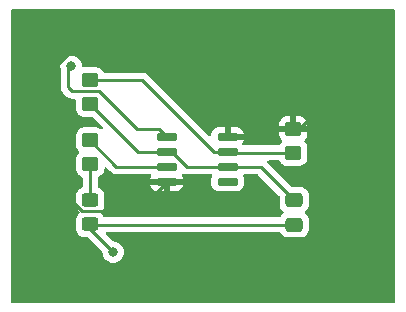
<source format=gbr>
%TF.GenerationSoftware,KiCad,Pcbnew,(6.0.7)*%
%TF.CreationDate,2022-10-10T10:06:43-04:00*%
%TF.ProjectId,proj_6,70726f6a-5f36-42e6-9b69-6361645f7063,rev?*%
%TF.SameCoordinates,Original*%
%TF.FileFunction,Copper,L1,Top*%
%TF.FilePolarity,Positive*%
%FSLAX46Y46*%
G04 Gerber Fmt 4.6, Leading zero omitted, Abs format (unit mm)*
G04 Created by KiCad (PCBNEW (6.0.7)) date 2022-10-10 10:06:43*
%MOMM*%
%LPD*%
G01*
G04 APERTURE LIST*
G04 Aperture macros list*
%AMRoundRect*
0 Rectangle with rounded corners*
0 $1 Rounding radius*
0 $2 $3 $4 $5 $6 $7 $8 $9 X,Y pos of 4 corners*
0 Add a 4 corners polygon primitive as box body*
4,1,4,$2,$3,$4,$5,$6,$7,$8,$9,$2,$3,0*
0 Add four circle primitives for the rounded corners*
1,1,$1+$1,$2,$3*
1,1,$1+$1,$4,$5*
1,1,$1+$1,$6,$7*
1,1,$1+$1,$8,$9*
0 Add four rect primitives between the rounded corners*
20,1,$1+$1,$2,$3,$4,$5,0*
20,1,$1+$1,$4,$5,$6,$7,0*
20,1,$1+$1,$6,$7,$8,$9,0*
20,1,$1+$1,$8,$9,$2,$3,0*%
G04 Aperture macros list end*
%TA.AperFunction,SMDPad,CuDef*%
%ADD10RoundRect,0.250000X0.450000X-0.325000X0.450000X0.325000X-0.450000X0.325000X-0.450000X-0.325000X0*%
%TD*%
%TA.AperFunction,SMDPad,CuDef*%
%ADD11RoundRect,0.250000X-0.450000X0.350000X-0.450000X-0.350000X0.450000X-0.350000X0.450000X0.350000X0*%
%TD*%
%TA.AperFunction,SMDPad,CuDef*%
%ADD12RoundRect,0.250000X-0.475000X0.337500X-0.475000X-0.337500X0.475000X-0.337500X0.475000X0.337500X0*%
%TD*%
%TA.AperFunction,SMDPad,CuDef*%
%ADD13RoundRect,0.150000X-0.725000X-0.150000X0.725000X-0.150000X0.725000X0.150000X-0.725000X0.150000X0*%
%TD*%
%TA.AperFunction,ViaPad*%
%ADD14C,0.800000*%
%TD*%
%TA.AperFunction,Conductor*%
%ADD15C,0.250000*%
%TD*%
G04 APERTURE END LIST*
D10*
%TO.P,D1,1,K*%
%TO.N,GND*%
X136740000Y-85281108D03*
%TO.P,D1,2,A*%
%TO.N,Net-(D1-Pad2)*%
X136740000Y-83231108D03*
%TD*%
D11*
%TO.P,R1,1*%
%TO.N,VDD*%
X153924000Y-77232000D03*
%TO.P,R1,2*%
%TO.N,Net-(R1-Pad2)*%
X153924000Y-79232000D03*
%TD*%
%TO.P,R2,1*%
%TO.N,Net-(R1-Pad2)*%
X136740000Y-73080108D03*
%TO.P,R2,2*%
%TO.N,Net-(C1-Pad1)*%
X136740000Y-75080108D03*
%TD*%
D12*
%TO.P,C1,1*%
%TO.N,Net-(C1-Pad1)*%
X154012000Y-83218608D03*
%TO.P,C1,2*%
%TO.N,GND*%
X154012000Y-85293608D03*
%TD*%
D11*
%TO.P,R3,1*%
%TO.N,Net-(R3-Pad1)*%
X136740000Y-78176108D03*
%TO.P,R3,2*%
%TO.N,Net-(D1-Pad2)*%
X136740000Y-80176108D03*
%TD*%
D13*
%TO.P,U1,1,GND*%
%TO.N,GND*%
X143221000Y-77851000D03*
%TO.P,U1,2,~TRIG*%
%TO.N,Net-(C1-Pad1)*%
X143221000Y-79121000D03*
%TO.P,U1,3,OUT*%
%TO.N,Net-(R3-Pad1)*%
X143221000Y-80391000D03*
%TO.P,U1,4,~RST*%
%TO.N,VDD*%
X143221000Y-81661000D03*
%TO.P,U1,5,CNTR*%
%TO.N,unconnected-(U1-Pad5)*%
X148371000Y-81661000D03*
%TO.P,U1,6,THIR*%
%TO.N,Net-(C1-Pad1)*%
X148371000Y-80391000D03*
%TO.P,U1,7,DIS*%
%TO.N,Net-(R1-Pad2)*%
X148371000Y-79121000D03*
%TO.P,U1,8,VDD*%
%TO.N,VDD*%
X148371000Y-77851000D03*
%TD*%
D14*
%TO.N,GND*%
X135128000Y-71882000D03*
%TO.N,VDD*%
X133858000Y-74930000D03*
%TO.N,GND*%
X138684000Y-87630000D03*
%TO.N,VDD*%
X155956000Y-75692000D03*
%TD*%
D15*
%TO.N,GND*%
X134874000Y-72136000D02*
X135128000Y-71882000D01*
X134874000Y-73660000D02*
X134874000Y-72136000D01*
X137505108Y-74005108D02*
X135219108Y-74005108D01*
X140716000Y-77216000D02*
X137505108Y-74005108D01*
X135219108Y-74005108D02*
X134874000Y-73660000D01*
%TO.N,VDD*%
X133858000Y-81937281D02*
X133858000Y-74930000D01*
X136051827Y-84131108D02*
X133858000Y-81937281D01*
X140750892Y-84131108D02*
X136051827Y-84131108D01*
X143221000Y-81661000D02*
X140750892Y-84131108D01*
X155956000Y-73660000D02*
X155956000Y-75692000D01*
X134874000Y-70866000D02*
X153162000Y-70866000D01*
X153162000Y-70866000D02*
X155956000Y-73660000D01*
X133858000Y-71882000D02*
X134874000Y-70866000D01*
X133858000Y-74930000D02*
X133858000Y-71882000D01*
%TO.N,Net-(C1-Pad1)*%
X140780892Y-79121000D02*
X143221000Y-79121000D01*
X136740000Y-75080108D02*
X140780892Y-79121000D01*
%TO.N,GND*%
X136740000Y-85686000D02*
X138684000Y-87630000D01*
X136740000Y-85281108D02*
X136740000Y-85686000D01*
X142586000Y-77216000D02*
X140716000Y-77216000D01*
X143221000Y-77851000D02*
X142586000Y-77216000D01*
%TO.N,VDD*%
X155956000Y-75692000D02*
X154416000Y-77232000D01*
X154416000Y-77232000D02*
X153924000Y-77232000D01*
%TO.N,GND*%
X136752500Y-85293608D02*
X154012000Y-85293608D01*
X136740000Y-85281108D02*
X136752500Y-85293608D01*
%TO.N,Net-(C1-Pad1)*%
X143221000Y-79121000D02*
X143637000Y-79121000D01*
X136740000Y-75080108D02*
X136740000Y-75096000D01*
X144907000Y-80391000D02*
X148371000Y-80391000D01*
X143637000Y-79121000D02*
X144907000Y-80391000D01*
X136740000Y-75096000D02*
X136652000Y-75184000D01*
X148371000Y-80391000D02*
X151184392Y-80391000D01*
X151184392Y-80391000D02*
X154012000Y-83218608D01*
%TO.N,Net-(D1-Pad2)*%
X136740000Y-83231108D02*
X136740000Y-80176108D01*
%TO.N,Net-(R1-Pad2)*%
X141152108Y-73080108D02*
X147193000Y-79121000D01*
X136740000Y-73080108D02*
X141152108Y-73080108D01*
X153924000Y-79232000D02*
X148482000Y-79232000D01*
X147193000Y-79121000D02*
X148371000Y-79121000D01*
X148482000Y-79232000D02*
X148371000Y-79121000D01*
%TO.N,Net-(R3-Pad1)*%
X136740000Y-78176108D02*
X138954892Y-80391000D01*
X138954892Y-80391000D02*
X143221000Y-80391000D01*
%TD*%
%TA.AperFunction,Conductor*%
%TO.N,VDD*%
G36*
X162501621Y-67076502D02*
G01*
X162548114Y-67130158D01*
X162559500Y-67182500D01*
X162559500Y-91821500D01*
X162539498Y-91889621D01*
X162485842Y-91936114D01*
X162433500Y-91947500D01*
X130174500Y-91947500D01*
X130106379Y-91927498D01*
X130059886Y-91873842D01*
X130048500Y-91821500D01*
X130048500Y-71882000D01*
X134214496Y-71882000D01*
X134215186Y-71888565D01*
X134225267Y-71984476D01*
X134234458Y-72071928D01*
X134234741Y-72072800D01*
X134235455Y-72100134D01*
X134237270Y-72100191D01*
X134237021Y-72108110D01*
X134235780Y-72115943D01*
X134236526Y-72123835D01*
X134236526Y-72123837D01*
X134239941Y-72159961D01*
X134240500Y-72171819D01*
X134240500Y-73581233D01*
X134239973Y-73592416D01*
X134238298Y-73599909D01*
X134238547Y-73607835D01*
X134238547Y-73607836D01*
X134240438Y-73667986D01*
X134240500Y-73671945D01*
X134240500Y-73699856D01*
X134240997Y-73703790D01*
X134240997Y-73703791D01*
X134241005Y-73703856D01*
X134241938Y-73715693D01*
X134243327Y-73759889D01*
X134248978Y-73779339D01*
X134252987Y-73798700D01*
X134255526Y-73818797D01*
X134258445Y-73826168D01*
X134258445Y-73826170D01*
X134271804Y-73859912D01*
X134275649Y-73871142D01*
X134287982Y-73913593D01*
X134292015Y-73920412D01*
X134292017Y-73920417D01*
X134298293Y-73931028D01*
X134306988Y-73948776D01*
X134314448Y-73967617D01*
X134319110Y-73974033D01*
X134319110Y-73974034D01*
X134340436Y-74003387D01*
X134346952Y-74013307D01*
X134369458Y-74051362D01*
X134383779Y-74065683D01*
X134396619Y-74080716D01*
X134408528Y-74097107D01*
X134414634Y-74102158D01*
X134442605Y-74125298D01*
X134451384Y-74133288D01*
X134715451Y-74397355D01*
X134722995Y-74405645D01*
X134727108Y-74412126D01*
X134732885Y-74417551D01*
X134776775Y-74458766D01*
X134779617Y-74461521D01*
X134799338Y-74481242D01*
X134802533Y-74483720D01*
X134811555Y-74491426D01*
X134843787Y-74521694D01*
X134850736Y-74525514D01*
X134861540Y-74531454D01*
X134878064Y-74542307D01*
X134894067Y-74554721D01*
X134934651Y-74572284D01*
X134945281Y-74577491D01*
X134984048Y-74598803D01*
X134991725Y-74600774D01*
X134991730Y-74600776D01*
X135003666Y-74603840D01*
X135022374Y-74610245D01*
X135040963Y-74618289D01*
X135048788Y-74619528D01*
X135048790Y-74619529D01*
X135084627Y-74625205D01*
X135096248Y-74627612D01*
X135131397Y-74636636D01*
X135139078Y-74638608D01*
X135159339Y-74638608D01*
X135179048Y-74640159D01*
X135199051Y-74643327D01*
X135206943Y-74642581D01*
X135212170Y-74642087D01*
X135243062Y-74639167D01*
X135254919Y-74638608D01*
X135405500Y-74638608D01*
X135473621Y-74658610D01*
X135520114Y-74712266D01*
X135531500Y-74764608D01*
X135531500Y-75480508D01*
X135542474Y-75586274D01*
X135598450Y-75754054D01*
X135691522Y-75904456D01*
X135816697Y-76029413D01*
X135967262Y-76122223D01*
X136012263Y-76137149D01*
X136128611Y-76175740D01*
X136128613Y-76175740D01*
X136135139Y-76177905D01*
X136141975Y-76178605D01*
X136141978Y-76178606D01*
X136185031Y-76183017D01*
X136239600Y-76188608D01*
X136900406Y-76188608D01*
X136968527Y-76208610D01*
X136989501Y-76225513D01*
X137755744Y-76991756D01*
X137789770Y-77054068D01*
X137784705Y-77124883D01*
X137742158Y-77181719D01*
X137675638Y-77206530D01*
X137600533Y-77188111D01*
X137590164Y-77181719D01*
X137569346Y-77168887D01*
X137518968Y-77137833D01*
X137518966Y-77137832D01*
X137512738Y-77133993D01*
X137432995Y-77107544D01*
X137351389Y-77080476D01*
X137351387Y-77080476D01*
X137344861Y-77078311D01*
X137338025Y-77077611D01*
X137338022Y-77077610D01*
X137294969Y-77073199D01*
X137240400Y-77067608D01*
X136239600Y-77067608D01*
X136236354Y-77067945D01*
X136236350Y-77067945D01*
X136140692Y-77077870D01*
X136140688Y-77077871D01*
X136133834Y-77078582D01*
X136127298Y-77080763D01*
X136127296Y-77080763D01*
X135995194Y-77124836D01*
X135966054Y-77134558D01*
X135815652Y-77227630D01*
X135690695Y-77352805D01*
X135686855Y-77359035D01*
X135686854Y-77359036D01*
X135605834Y-77490475D01*
X135597885Y-77503370D01*
X135595581Y-77510317D01*
X135551407Y-77643499D01*
X135542203Y-77671247D01*
X135531500Y-77775708D01*
X135531500Y-78576508D01*
X135542474Y-78682274D01*
X135544655Y-78688810D01*
X135544655Y-78688812D01*
X135557007Y-78725834D01*
X135598450Y-78850054D01*
X135691522Y-79000456D01*
X135696704Y-79005629D01*
X135778109Y-79086892D01*
X135812188Y-79149174D01*
X135807185Y-79219994D01*
X135778264Y-79265083D01*
X135690695Y-79352805D01*
X135597885Y-79503370D01*
X135595581Y-79510317D01*
X135565549Y-79600862D01*
X135542203Y-79671247D01*
X135531500Y-79775708D01*
X135531500Y-80576508D01*
X135542474Y-80682274D01*
X135598450Y-80850054D01*
X135691522Y-81000456D01*
X135696704Y-81005629D01*
X135713919Y-81022814D01*
X135816697Y-81125413D01*
X135822927Y-81129253D01*
X135822928Y-81129254D01*
X135936888Y-81199500D01*
X135967262Y-81218223D01*
X136020168Y-81235771D01*
X136078527Y-81276202D01*
X136105764Y-81341766D01*
X136106500Y-81355364D01*
X136106500Y-82076911D01*
X136086498Y-82145032D01*
X136032842Y-82191525D01*
X136020377Y-82196434D01*
X135972998Y-82212241D01*
X135972996Y-82212242D01*
X135966054Y-82214558D01*
X135959830Y-82218409D01*
X135959829Y-82218410D01*
X135863595Y-82277962D01*
X135815652Y-82307630D01*
X135690695Y-82432805D01*
X135686855Y-82439035D01*
X135686854Y-82439036D01*
X135668385Y-82468999D01*
X135597885Y-82583370D01*
X135542203Y-82751247D01*
X135531500Y-82855708D01*
X135531500Y-83606508D01*
X135542474Y-83712274D01*
X135598450Y-83880054D01*
X135691522Y-84030456D01*
X135816697Y-84155413D01*
X135820916Y-84158014D01*
X135861417Y-84215138D01*
X135864649Y-84286061D01*
X135829024Y-84347473D01*
X135821470Y-84354030D01*
X135815652Y-84357630D01*
X135690695Y-84482805D01*
X135686855Y-84489035D01*
X135686854Y-84489036D01*
X135618317Y-84600224D01*
X135597885Y-84633370D01*
X135542203Y-84801247D01*
X135531500Y-84905708D01*
X135531500Y-85656508D01*
X135531837Y-85659754D01*
X135531837Y-85659758D01*
X135534426Y-85684706D01*
X135542474Y-85762274D01*
X135544655Y-85768810D01*
X135544655Y-85768812D01*
X135550379Y-85785969D01*
X135598450Y-85930054D01*
X135691522Y-86080456D01*
X135816697Y-86205413D01*
X135822927Y-86209253D01*
X135822928Y-86209254D01*
X135863486Y-86234254D01*
X135967262Y-86298223D01*
X136029306Y-86318802D01*
X136128611Y-86351740D01*
X136128613Y-86351740D01*
X136135139Y-86353905D01*
X136141975Y-86354605D01*
X136141978Y-86354606D01*
X136185031Y-86359017D01*
X136239600Y-86364608D01*
X136470514Y-86364608D01*
X136538635Y-86384610D01*
X136559609Y-86401513D01*
X137736878Y-87578782D01*
X137770904Y-87641094D01*
X137773092Y-87654703D01*
X137790458Y-87819928D01*
X137849473Y-88001556D01*
X137944960Y-88166944D01*
X138072747Y-88308866D01*
X138227248Y-88421118D01*
X138233276Y-88423802D01*
X138233278Y-88423803D01*
X138395681Y-88496109D01*
X138401712Y-88498794D01*
X138495113Y-88518647D01*
X138582056Y-88537128D01*
X138582061Y-88537128D01*
X138588513Y-88538500D01*
X138779487Y-88538500D01*
X138785939Y-88537128D01*
X138785944Y-88537128D01*
X138872887Y-88518647D01*
X138966288Y-88498794D01*
X138972319Y-88496109D01*
X139134722Y-88423803D01*
X139134724Y-88423802D01*
X139140752Y-88421118D01*
X139295253Y-88308866D01*
X139423040Y-88166944D01*
X139518527Y-88001556D01*
X139577542Y-87819928D01*
X139597504Y-87630000D01*
X139577542Y-87440072D01*
X139518527Y-87258444D01*
X139423040Y-87093056D01*
X139295253Y-86951134D01*
X139140752Y-86838882D01*
X139134724Y-86836198D01*
X139134722Y-86836197D01*
X138972319Y-86763891D01*
X138972318Y-86763891D01*
X138966288Y-86761206D01*
X138872887Y-86741353D01*
X138785944Y-86722872D01*
X138785939Y-86722872D01*
X138779487Y-86721500D01*
X138723595Y-86721500D01*
X138655474Y-86701498D01*
X138634500Y-86684595D01*
X138092108Y-86142203D01*
X138058082Y-86079891D01*
X138063147Y-86009076D01*
X138105694Y-85952240D01*
X138172214Y-85927429D01*
X138181203Y-85927108D01*
X152757954Y-85927108D01*
X152826075Y-85947110D01*
X152865098Y-85986805D01*
X152938522Y-86105456D01*
X153063697Y-86230413D01*
X153069927Y-86234253D01*
X153069928Y-86234254D01*
X153207090Y-86318802D01*
X153214262Y-86323223D01*
X153294005Y-86349672D01*
X153375611Y-86376740D01*
X153375613Y-86376740D01*
X153382139Y-86378905D01*
X153388975Y-86379605D01*
X153388978Y-86379606D01*
X153432031Y-86384017D01*
X153486600Y-86389608D01*
X154537400Y-86389608D01*
X154540646Y-86389271D01*
X154540650Y-86389271D01*
X154636308Y-86379346D01*
X154636312Y-86379345D01*
X154643166Y-86378634D01*
X154649702Y-86376453D01*
X154649704Y-86376453D01*
X154781806Y-86332380D01*
X154810946Y-86322658D01*
X154961348Y-86229586D01*
X155086305Y-86104411D01*
X155090146Y-86098180D01*
X155175275Y-85960076D01*
X155175276Y-85960074D01*
X155179115Y-85953846D01*
X155234797Y-85785969D01*
X155237928Y-85755416D01*
X155245172Y-85684706D01*
X155245500Y-85681508D01*
X155245500Y-84905708D01*
X155234526Y-84799942D01*
X155178550Y-84632162D01*
X155085478Y-84481760D01*
X154960303Y-84356803D01*
X154956084Y-84354202D01*
X154915583Y-84297078D01*
X154912351Y-84226155D01*
X154947976Y-84164743D01*
X154955530Y-84158186D01*
X154961348Y-84154586D01*
X155086305Y-84029411D01*
X155179115Y-83878846D01*
X155234797Y-83710969D01*
X155245500Y-83606508D01*
X155245500Y-82830708D01*
X155237832Y-82756800D01*
X155235238Y-82731800D01*
X155235237Y-82731796D01*
X155234526Y-82724942D01*
X155178550Y-82557162D01*
X155085478Y-82406760D01*
X154960303Y-82281803D01*
X154954072Y-82277962D01*
X154815968Y-82192833D01*
X154815966Y-82192832D01*
X154809738Y-82188993D01*
X154677199Y-82145032D01*
X154648389Y-82135476D01*
X154648387Y-82135476D01*
X154641861Y-82133311D01*
X154635025Y-82132611D01*
X154635022Y-82132610D01*
X154591969Y-82128199D01*
X154537400Y-82122608D01*
X153864094Y-82122608D01*
X153795973Y-82102606D01*
X153774999Y-82085703D01*
X151769892Y-80080595D01*
X151735866Y-80018283D01*
X151740931Y-79947467D01*
X151783478Y-79890632D01*
X151849998Y-79865821D01*
X151858987Y-79865500D01*
X152687219Y-79865500D01*
X152755340Y-79885502D01*
X152794363Y-79925197D01*
X152875522Y-80056348D01*
X153000697Y-80181305D01*
X153006927Y-80185145D01*
X153006928Y-80185146D01*
X153144090Y-80269694D01*
X153151262Y-80274115D01*
X153231005Y-80300564D01*
X153312611Y-80327632D01*
X153312613Y-80327632D01*
X153319139Y-80329797D01*
X153325975Y-80330497D01*
X153325978Y-80330498D01*
X153369031Y-80334909D01*
X153423600Y-80340500D01*
X154424400Y-80340500D01*
X154427646Y-80340163D01*
X154427650Y-80340163D01*
X154523308Y-80330238D01*
X154523312Y-80330237D01*
X154530166Y-80329526D01*
X154536702Y-80327345D01*
X154536704Y-80327345D01*
X154677078Y-80280512D01*
X154697946Y-80273550D01*
X154848348Y-80180478D01*
X154973305Y-80055303D01*
X155017268Y-79983982D01*
X155062275Y-79910968D01*
X155062276Y-79910966D01*
X155066115Y-79904738D01*
X155109973Y-79772510D01*
X155119632Y-79743389D01*
X155119632Y-79743387D01*
X155121797Y-79736861D01*
X155132500Y-79632400D01*
X155132500Y-78831600D01*
X155121526Y-78725834D01*
X155117916Y-78715012D01*
X155067868Y-78565002D01*
X155065550Y-78558054D01*
X154972478Y-78407652D01*
X154885537Y-78320862D01*
X154851458Y-78258579D01*
X154856461Y-78187759D01*
X154885382Y-78142671D01*
X154967739Y-78060171D01*
X154976751Y-78048760D01*
X155061816Y-77910757D01*
X155067963Y-77897576D01*
X155119138Y-77743290D01*
X155122005Y-77729914D01*
X155131672Y-77635562D01*
X155132000Y-77629146D01*
X155132000Y-77504115D01*
X155127525Y-77488876D01*
X155126135Y-77487671D01*
X155118452Y-77486000D01*
X152734116Y-77486000D01*
X152718877Y-77490475D01*
X152717672Y-77491865D01*
X152716001Y-77499548D01*
X152716001Y-77629095D01*
X152716338Y-77635614D01*
X152726257Y-77731206D01*
X152729149Y-77744600D01*
X152780588Y-77898784D01*
X152786761Y-77911962D01*
X152872063Y-78049807D01*
X152881099Y-78061208D01*
X152962462Y-78142430D01*
X152996541Y-78204713D01*
X152991538Y-78275533D01*
X152962617Y-78320620D01*
X152879870Y-78403512D01*
X152879866Y-78403517D01*
X152874695Y-78408697D01*
X152870855Y-78414927D01*
X152870854Y-78414928D01*
X152794611Y-78538616D01*
X152741838Y-78586110D01*
X152687351Y-78598500D01*
X149727840Y-78598500D01*
X149659719Y-78578498D01*
X149613226Y-78524842D01*
X149603122Y-78454568D01*
X149622477Y-78408931D01*
X149620055Y-78407498D01*
X149700648Y-78271221D01*
X149706893Y-78256790D01*
X149745939Y-78122395D01*
X149745899Y-78108294D01*
X149738630Y-78105000D01*
X148243000Y-78105000D01*
X148174879Y-78084998D01*
X148128386Y-78031342D01*
X148117000Y-77979000D01*
X148117000Y-77578885D01*
X148625000Y-77578885D01*
X148629475Y-77594124D01*
X148630865Y-77595329D01*
X148638548Y-77597000D01*
X149732878Y-77597000D01*
X149746409Y-77593027D01*
X149747544Y-77585129D01*
X149706893Y-77445210D01*
X149700648Y-77430779D01*
X149624089Y-77301322D01*
X149614449Y-77288896D01*
X149508104Y-77182551D01*
X149495678Y-77172911D01*
X149366221Y-77096352D01*
X149351790Y-77090107D01*
X149205935Y-77047731D01*
X149193333Y-77045430D01*
X149164916Y-77043193D01*
X149159986Y-77043000D01*
X148643115Y-77043000D01*
X148627876Y-77047475D01*
X148626671Y-77048865D01*
X148625000Y-77056548D01*
X148625000Y-77578885D01*
X148117000Y-77578885D01*
X148117000Y-77061116D01*
X148112525Y-77045877D01*
X148111135Y-77044672D01*
X148103452Y-77043001D01*
X147582017Y-77043001D01*
X147577080Y-77043195D01*
X147548664Y-77045430D01*
X147536069Y-77047730D01*
X147390210Y-77090107D01*
X147375779Y-77096352D01*
X147246322Y-77172911D01*
X147233896Y-77182551D01*
X147127551Y-77288896D01*
X147117911Y-77301322D01*
X147041352Y-77430779D01*
X147035107Y-77445210D01*
X146992731Y-77591065D01*
X146990430Y-77603667D01*
X146988193Y-77632084D01*
X146988000Y-77637014D01*
X146988000Y-77715905D01*
X146967998Y-77784026D01*
X146914342Y-77830519D01*
X146844068Y-77840623D01*
X146779488Y-77811129D01*
X146772905Y-77805000D01*
X145927790Y-76959885D01*
X152716000Y-76959885D01*
X152720475Y-76975124D01*
X152721865Y-76976329D01*
X152729548Y-76978000D01*
X153651885Y-76978000D01*
X153667124Y-76973525D01*
X153668329Y-76972135D01*
X153670000Y-76964452D01*
X153670000Y-76959885D01*
X154178000Y-76959885D01*
X154182475Y-76975124D01*
X154183865Y-76976329D01*
X154191548Y-76978000D01*
X155113884Y-76978000D01*
X155129123Y-76973525D01*
X155130328Y-76972135D01*
X155131999Y-76964452D01*
X155131999Y-76834905D01*
X155131662Y-76828386D01*
X155121743Y-76732794D01*
X155118851Y-76719400D01*
X155067412Y-76565216D01*
X155061239Y-76552038D01*
X154975937Y-76414193D01*
X154966901Y-76402792D01*
X154852171Y-76288261D01*
X154840760Y-76279249D01*
X154702757Y-76194184D01*
X154689576Y-76188037D01*
X154535290Y-76136862D01*
X154521914Y-76133995D01*
X154427562Y-76124328D01*
X154421145Y-76124000D01*
X154196115Y-76124000D01*
X154180876Y-76128475D01*
X154179671Y-76129865D01*
X154178000Y-76137548D01*
X154178000Y-76959885D01*
X153670000Y-76959885D01*
X153670000Y-76142116D01*
X153665525Y-76126877D01*
X153664135Y-76125672D01*
X153656452Y-76124001D01*
X153426905Y-76124001D01*
X153420386Y-76124338D01*
X153324794Y-76134257D01*
X153311400Y-76137149D01*
X153157216Y-76188588D01*
X153144038Y-76194761D01*
X153006193Y-76280063D01*
X152994792Y-76289099D01*
X152880261Y-76403829D01*
X152871249Y-76415240D01*
X152786184Y-76553243D01*
X152780037Y-76566424D01*
X152728862Y-76720710D01*
X152725995Y-76734086D01*
X152716328Y-76828438D01*
X152716000Y-76834855D01*
X152716000Y-76959885D01*
X145927790Y-76959885D01*
X141655760Y-72687855D01*
X141648220Y-72679569D01*
X141644108Y-72673090D01*
X141594456Y-72626464D01*
X141591615Y-72623710D01*
X141571878Y-72603973D01*
X141568681Y-72601493D01*
X141559659Y-72593788D01*
X141533208Y-72568949D01*
X141527429Y-72563522D01*
X141520483Y-72559703D01*
X141520480Y-72559701D01*
X141509674Y-72553760D01*
X141493155Y-72542909D01*
X141492691Y-72542549D01*
X141477149Y-72530494D01*
X141469880Y-72527349D01*
X141469876Y-72527346D01*
X141436571Y-72512934D01*
X141425921Y-72507717D01*
X141387168Y-72486413D01*
X141367545Y-72481375D01*
X141348842Y-72474971D01*
X141337528Y-72470075D01*
X141337527Y-72470075D01*
X141330253Y-72466927D01*
X141322430Y-72465688D01*
X141322420Y-72465685D01*
X141286584Y-72460009D01*
X141274964Y-72457603D01*
X141239819Y-72448580D01*
X141239818Y-72448580D01*
X141232138Y-72446608D01*
X141211884Y-72446608D01*
X141192173Y-72445057D01*
X141179994Y-72443128D01*
X141172165Y-72441888D01*
X141164273Y-72442634D01*
X141128147Y-72446049D01*
X141116289Y-72446608D01*
X137976781Y-72446608D01*
X137908660Y-72426606D01*
X137869637Y-72386911D01*
X137792332Y-72261988D01*
X137788478Y-72255760D01*
X137663303Y-72130803D01*
X137639196Y-72115943D01*
X137518968Y-72041833D01*
X137518966Y-72041832D01*
X137512738Y-72037993D01*
X137432995Y-72011544D01*
X137351389Y-71984476D01*
X137351387Y-71984476D01*
X137344861Y-71982311D01*
X137338025Y-71981611D01*
X137338022Y-71981610D01*
X137294969Y-71977199D01*
X137240400Y-71971608D01*
X136239600Y-71971608D01*
X136236356Y-71971945D01*
X136236348Y-71971945D01*
X136178118Y-71977987D01*
X136108297Y-71965122D01*
X136056515Y-71916551D01*
X136039805Y-71865831D01*
X136022232Y-71698635D01*
X136022232Y-71698633D01*
X136021542Y-71692072D01*
X135962527Y-71510444D01*
X135867040Y-71345056D01*
X135739253Y-71203134D01*
X135584752Y-71090882D01*
X135578724Y-71088198D01*
X135578722Y-71088197D01*
X135416319Y-71015891D01*
X135416318Y-71015891D01*
X135410288Y-71013206D01*
X135316888Y-70993353D01*
X135229944Y-70974872D01*
X135229939Y-70974872D01*
X135223487Y-70973500D01*
X135032513Y-70973500D01*
X135026061Y-70974872D01*
X135026056Y-70974872D01*
X134939112Y-70993353D01*
X134845712Y-71013206D01*
X134839682Y-71015891D01*
X134839681Y-71015891D01*
X134677278Y-71088197D01*
X134677276Y-71088198D01*
X134671248Y-71090882D01*
X134516747Y-71203134D01*
X134388960Y-71345056D01*
X134293473Y-71510444D01*
X134234458Y-71692072D01*
X134214496Y-71882000D01*
X130048500Y-71882000D01*
X130048500Y-67182500D01*
X130068502Y-67114379D01*
X130122158Y-67067886D01*
X130174500Y-67056500D01*
X162433500Y-67056500D01*
X162501621Y-67076502D01*
G37*
%TD.AperFunction*%
%TA.AperFunction,Conductor*%
G36*
X138163197Y-80495209D02*
G01*
X138451235Y-80783247D01*
X138458779Y-80791537D01*
X138462892Y-80798018D01*
X138468669Y-80803443D01*
X138512559Y-80844658D01*
X138515401Y-80847413D01*
X138535122Y-80867134D01*
X138538317Y-80869612D01*
X138547339Y-80877318D01*
X138579571Y-80907586D01*
X138586520Y-80911406D01*
X138597324Y-80917346D01*
X138613848Y-80928199D01*
X138629851Y-80940613D01*
X138670435Y-80958176D01*
X138681065Y-80963383D01*
X138719832Y-80984695D01*
X138727509Y-80986666D01*
X138727514Y-80986668D01*
X138739450Y-80989732D01*
X138758158Y-80996137D01*
X138776747Y-81004181D01*
X138784575Y-81005421D01*
X138784582Y-81005423D01*
X138820416Y-81011099D01*
X138832036Y-81013505D01*
X138867181Y-81022528D01*
X138874862Y-81024500D01*
X138895116Y-81024500D01*
X138914826Y-81026051D01*
X138934835Y-81029220D01*
X138942727Y-81028474D01*
X138978853Y-81025059D01*
X138990711Y-81024500D01*
X141798357Y-81024500D01*
X141866478Y-81044502D01*
X141912971Y-81098158D01*
X141923075Y-81168432D01*
X141906811Y-81214639D01*
X141891352Y-81240779D01*
X141885107Y-81255210D01*
X141846061Y-81389605D01*
X141846101Y-81403706D01*
X141853370Y-81407000D01*
X144582878Y-81407000D01*
X144596409Y-81403027D01*
X144597544Y-81395129D01*
X144556893Y-81255210D01*
X144550645Y-81240773D01*
X144502262Y-81158961D01*
X144484802Y-81090145D01*
X144507319Y-81022814D01*
X144562663Y-80978344D01*
X144633264Y-80970856D01*
X144657090Y-80979306D01*
X144657624Y-80977958D01*
X144664992Y-80980875D01*
X144671940Y-80984695D01*
X144679617Y-80986666D01*
X144679622Y-80986668D01*
X144691558Y-80989732D01*
X144710266Y-80996137D01*
X144728855Y-81004181D01*
X144736683Y-81005421D01*
X144736690Y-81005423D01*
X144772524Y-81011099D01*
X144784144Y-81013505D01*
X144819289Y-81022528D01*
X144826970Y-81024500D01*
X144847224Y-81024500D01*
X144866934Y-81026051D01*
X144886943Y-81029220D01*
X144894835Y-81028474D01*
X144930961Y-81025059D01*
X144942819Y-81024500D01*
X146947776Y-81024500D01*
X147015897Y-81044502D01*
X147062390Y-81098158D01*
X147072494Y-81168432D01*
X147056231Y-81214636D01*
X147036855Y-81247399D01*
X147034644Y-81255010D01*
X147034643Y-81255012D01*
X147019472Y-81307231D01*
X146990438Y-81407169D01*
X146987500Y-81444498D01*
X146987500Y-81877502D01*
X146990438Y-81914831D01*
X146995541Y-81932395D01*
X147034586Y-82066790D01*
X147036855Y-82074601D01*
X147040892Y-82081427D01*
X147117509Y-82210980D01*
X147117511Y-82210983D01*
X147121547Y-82217807D01*
X147239193Y-82335453D01*
X147246017Y-82339489D01*
X147246020Y-82339491D01*
X147351019Y-82401587D01*
X147382399Y-82420145D01*
X147390010Y-82422356D01*
X147390012Y-82422357D01*
X147425975Y-82432805D01*
X147542169Y-82466562D01*
X147548574Y-82467066D01*
X147548579Y-82467067D01*
X147577042Y-82469307D01*
X147577050Y-82469307D01*
X147579498Y-82469500D01*
X149162502Y-82469500D01*
X149164950Y-82469307D01*
X149164958Y-82469307D01*
X149193421Y-82467067D01*
X149193426Y-82467066D01*
X149199831Y-82466562D01*
X149316025Y-82432805D01*
X149351988Y-82422357D01*
X149351990Y-82422356D01*
X149359601Y-82420145D01*
X149390981Y-82401587D01*
X149495980Y-82339491D01*
X149495983Y-82339489D01*
X149502807Y-82335453D01*
X149620453Y-82217807D01*
X149624489Y-82210983D01*
X149624491Y-82210980D01*
X149701108Y-82081427D01*
X149705145Y-82074601D01*
X149707415Y-82066790D01*
X149746459Y-81932395D01*
X149751562Y-81914831D01*
X149754500Y-81877502D01*
X149754500Y-81444498D01*
X149751562Y-81407169D01*
X149722528Y-81307231D01*
X149707357Y-81255012D01*
X149707356Y-81255010D01*
X149705145Y-81247399D01*
X149685769Y-81214637D01*
X149668311Y-81145822D01*
X149690828Y-81078491D01*
X149746173Y-81034022D01*
X149794224Y-81024500D01*
X150869798Y-81024500D01*
X150937919Y-81044502D01*
X150958893Y-81061405D01*
X152741595Y-82844107D01*
X152775621Y-82906419D01*
X152778500Y-82933202D01*
X152778500Y-83606508D01*
X152789474Y-83712274D01*
X152845450Y-83880054D01*
X152938522Y-84030456D01*
X153063697Y-84155413D01*
X153067916Y-84158014D01*
X153108417Y-84215138D01*
X153111649Y-84286061D01*
X153076024Y-84347473D01*
X153068470Y-84354030D01*
X153062652Y-84357630D01*
X152937695Y-84482805D01*
X152933855Y-84489035D01*
X152933854Y-84489036D01*
X152865317Y-84600224D01*
X152812545Y-84647717D01*
X152758057Y-84660108D01*
X137969046Y-84660108D01*
X137900925Y-84640106D01*
X137861902Y-84600411D01*
X137792332Y-84487988D01*
X137788478Y-84481760D01*
X137663303Y-84356803D01*
X137659084Y-84354202D01*
X137618583Y-84297078D01*
X137615351Y-84226155D01*
X137650976Y-84164743D01*
X137658530Y-84158186D01*
X137664348Y-84154586D01*
X137789305Y-84029411D01*
X137882115Y-83878846D01*
X137937797Y-83710969D01*
X137948500Y-83606508D01*
X137948500Y-82855708D01*
X137948163Y-82852458D01*
X137938238Y-82756800D01*
X137938237Y-82756796D01*
X137937526Y-82749942D01*
X137931474Y-82731800D01*
X137883868Y-82589110D01*
X137881550Y-82582162D01*
X137788478Y-82431760D01*
X137663303Y-82306803D01*
X137622746Y-82281803D01*
X137518968Y-82217833D01*
X137518966Y-82217832D01*
X137512738Y-82213993D01*
X137459832Y-82196445D01*
X137401473Y-82156014D01*
X137374236Y-82090450D01*
X137373500Y-82076852D01*
X137373500Y-81926871D01*
X141844456Y-81926871D01*
X141885107Y-82066790D01*
X141891352Y-82081221D01*
X141967911Y-82210678D01*
X141977551Y-82223104D01*
X142083896Y-82329449D01*
X142096322Y-82339089D01*
X142225779Y-82415648D01*
X142240210Y-82421893D01*
X142386065Y-82464269D01*
X142398667Y-82466570D01*
X142427084Y-82468807D01*
X142432014Y-82469000D01*
X142948885Y-82469000D01*
X142964124Y-82464525D01*
X142965329Y-82463135D01*
X142967000Y-82455452D01*
X142967000Y-82450884D01*
X143475000Y-82450884D01*
X143479475Y-82466123D01*
X143480865Y-82467328D01*
X143488548Y-82468999D01*
X144009984Y-82468999D01*
X144014920Y-82468805D01*
X144043336Y-82466570D01*
X144055931Y-82464270D01*
X144201790Y-82421893D01*
X144216221Y-82415648D01*
X144345678Y-82339089D01*
X144358104Y-82329449D01*
X144464449Y-82223104D01*
X144474089Y-82210678D01*
X144550648Y-82081221D01*
X144556893Y-82066790D01*
X144595939Y-81932395D01*
X144595899Y-81918294D01*
X144588630Y-81915000D01*
X143493115Y-81915000D01*
X143477876Y-81919475D01*
X143476671Y-81920865D01*
X143475000Y-81928548D01*
X143475000Y-82450884D01*
X142967000Y-82450884D01*
X142967000Y-81933115D01*
X142962525Y-81917876D01*
X142961135Y-81916671D01*
X142953452Y-81915000D01*
X141859122Y-81915000D01*
X141845591Y-81918973D01*
X141844456Y-81926871D01*
X137373500Y-81926871D01*
X137373500Y-81355305D01*
X137393502Y-81287184D01*
X137447158Y-81240691D01*
X137459623Y-81235782D01*
X137507002Y-81219975D01*
X137507004Y-81219974D01*
X137513946Y-81217658D01*
X137664348Y-81124586D01*
X137684706Y-81104193D01*
X137784134Y-81004591D01*
X137789305Y-80999411D01*
X137849253Y-80902158D01*
X137878275Y-80855076D01*
X137878276Y-80855074D01*
X137882115Y-80848846D01*
X137937797Y-80680969D01*
X137948500Y-80576508D01*
X137948735Y-80576532D01*
X137971720Y-80510861D01*
X138027679Y-80467168D01*
X138098377Y-80460665D01*
X138163197Y-80495209D01*
G37*
%TD.AperFunction*%
%TD*%
M02*

</source>
